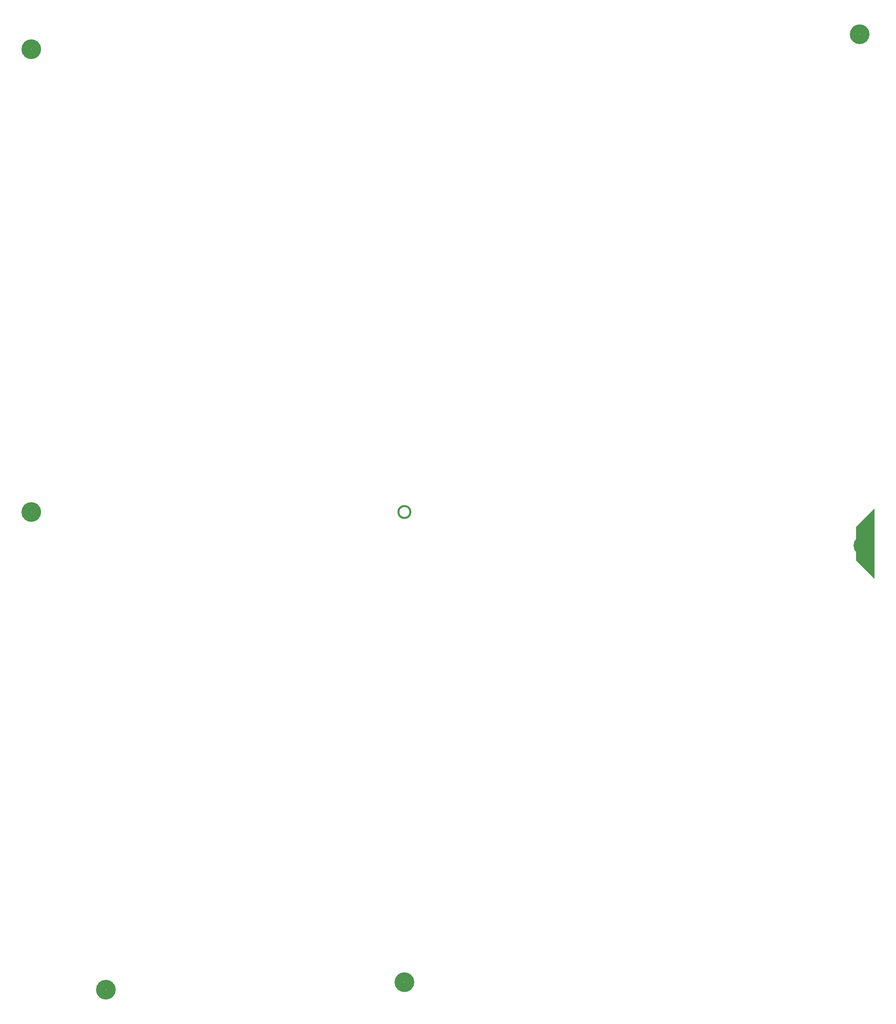
<source format=gko>
G04 Layer_Color=16711935*
%FSLAX23Y23*%
%MOIN*%
G70*
G01*
G75*
%ADD61C,0.128*%
%ADD62C,0.028*%
G36*
X11762Y5709D02*
X11516Y5955D01*
X11516Y6152D01*
Y6398D01*
X11762Y6644D01*
X11762Y5709D01*
D02*
G37*
D61*
X5628Y394D02*
G03*
X5628Y394I-67J0D01*
G01*
X1691Y295D02*
G03*
X1691Y295I-67J0D01*
G01*
X707Y6594D02*
G03*
X707Y6594I-67J0D01*
G01*
Y12697D02*
G03*
X707Y12697I-67J0D01*
G01*
X11632Y12894D02*
G03*
X11632Y12894I-67J0D01*
G01*
X11681Y6152D02*
G03*
X11681Y6152I-67J0D01*
G01*
D62*
X5640Y6594D02*
G03*
X5640Y6594I-79J0D01*
G01*
M02*

</source>
